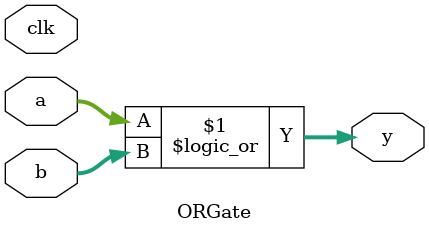
<source format=v>
`timescale 1ns / 1ps


module ORGate(a, b, y, clk);

input [31:0] a;
input [31:0] b;
input clk;

output [31:0] y;

    assign y = a || b;

endmodule

</source>
